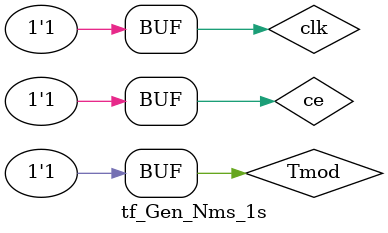
<source format=v>
`timescale 1ns / 1ps


module tf_Gen_Nms_1s;

	// Inputs
	reg clk;
	reg ce;
	reg Tmod;

	// Outputs
	wire CEO;

	// Instantiate the Unit Under Test (UUT)
	Gen_Nms_1s uut (
		.clk(clk), 
		.ce(ce), 
		.Tmod(Tmod), 
		.CEO(CEO)
	);

parameter Tclk=20; //Ïåðèîä ñèãíàëà ñèíõðîíèçàöèè 20 íñ
always begin clk=0; #(Tclk/2); clk=1; #(Tclk/2); end
// Ãåíåðàòîð ïåðèîäè÷åñêîãî ñèãíàëà ce
parameter Tce=80; //Ïåðèîä ñèãíàëà ce 80 íñ
always begin ce=0; #(3*Tce/4); ce=1; #(1*Tce/4); end
	initial begin
		// Initialize Inputs
		Tmod = 0; //Èñõîäíîå ñîñòîÿíèå âõîäîâ
		#92; Tmod = 1; //×åðåç 92 íñ 1
	end
      
endmodule


</source>
